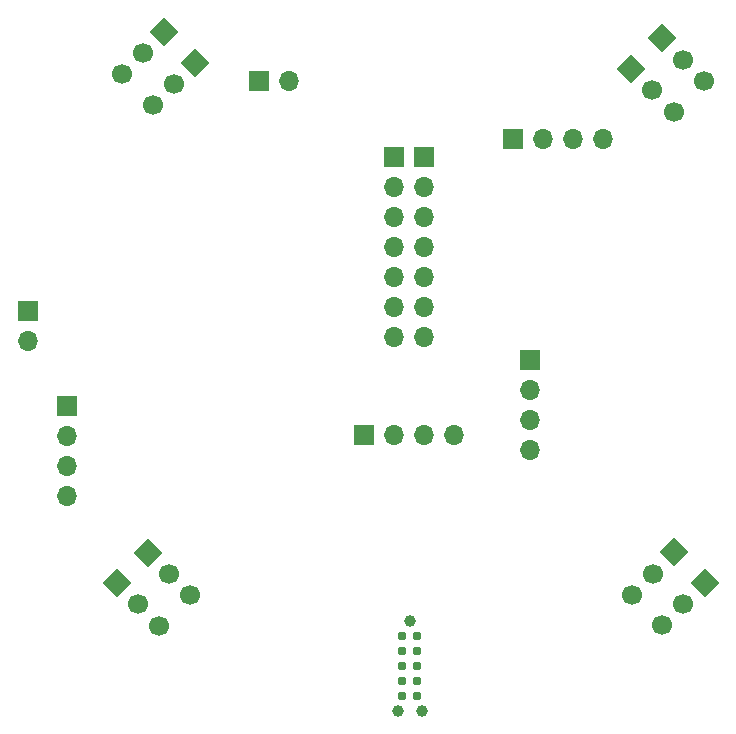
<source format=gbr>
%TF.GenerationSoftware,KiCad,Pcbnew,8.0.5*%
%TF.CreationDate,2025-05-17T10:41:44-04:00*%
%TF.ProjectId,RTLS_VIC,52544c53-5f56-4494-932e-6b696361645f,rev?*%
%TF.SameCoordinates,Original*%
%TF.FileFunction,Soldermask,Bot*%
%TF.FilePolarity,Negative*%
%FSLAX46Y46*%
G04 Gerber Fmt 4.6, Leading zero omitted, Abs format (unit mm)*
G04 Created by KiCad (PCBNEW 8.0.5) date 2025-05-17 10:41:44*
%MOMM*%
%LPD*%
G01*
G04 APERTURE LIST*
G04 Aperture macros list*
%AMHorizOval*
0 Thick line with rounded ends*
0 $1 width*
0 $2 $3 position (X,Y) of the first rounded end (center of the circle)*
0 $4 $5 position (X,Y) of the second rounded end (center of the circle)*
0 Add line between two ends*
20,1,$1,$2,$3,$4,$5,0*
0 Add two circle primitives to create the rounded ends*
1,1,$1,$2,$3*
1,1,$1,$4,$5*%
%AMRotRect*
0 Rectangle, with rotation*
0 The origin of the aperture is its center*
0 $1 length*
0 $2 width*
0 $3 Rotation angle, in degrees counterclockwise*
0 Add horizontal line*
21,1,$1,$2,0,0,$3*%
G04 Aperture macros list end*
%ADD10RotRect,1.700000X1.700000X45.000000*%
%ADD11HorizOval,1.700000X0.000000X0.000000X0.000000X0.000000X0*%
%ADD12R,1.700000X1.700000*%
%ADD13O,1.700000X1.700000*%
%ADD14RotRect,1.700000X1.700000X315.000000*%
%ADD15HorizOval,1.700000X0.000000X0.000000X0.000000X0.000000X0*%
%ADD16C,0.990600*%
%ADD17C,0.787400*%
G04 APERTURE END LIST*
D10*
%TO.C,J5*%
X133773555Y-111414555D03*
D11*
X135569606Y-113210606D03*
X137365657Y-115006657D03*
%TD*%
D12*
%TO.C,J7*%
X152084000Y-101450000D03*
D13*
X154624000Y-101450000D03*
X157163999Y-101450000D03*
X159704000Y-101450000D03*
%TD*%
D10*
%TO.C,J4*%
X174684000Y-70475000D03*
D11*
X176480051Y-72271051D03*
X178276102Y-74067102D03*
%TD*%
D12*
%TO.C,J12*%
X143159000Y-71450000D03*
D13*
X145699000Y-71450000D03*
%TD*%
D14*
%TO.C,J3*%
X137759000Y-69925000D03*
D15*
X135962949Y-71721051D03*
X134166898Y-73517102D03*
%TD*%
D12*
%TO.C,J10*%
X164709000Y-76425000D03*
D13*
X167249000Y-76425000D03*
X169788999Y-76425000D03*
X172329000Y-76425000D03*
%TD*%
D14*
%TO.C,J14*%
X135159000Y-67325000D03*
D15*
X133362949Y-69121051D03*
X131566898Y-70917102D03*
%TD*%
D10*
%TO.C,J15*%
X177284000Y-67875000D03*
D11*
X179080051Y-69671051D03*
X180876102Y-71467102D03*
%TD*%
D12*
%TO.C,J8*%
X123584000Y-90950000D03*
D13*
X123584000Y-93490000D03*
%TD*%
D14*
%TO.C,J17*%
X180898756Y-113979721D03*
D15*
X179102705Y-115775772D03*
X177306654Y-117571823D03*
%TD*%
D12*
%TO.C,J11*%
X166159000Y-95125000D03*
D13*
X166159000Y-97665000D03*
X166159000Y-100205000D03*
X166159000Y-102745000D03*
%TD*%
D12*
%TO.C,J1*%
X157124000Y-77950000D03*
D13*
X157124000Y-80490000D03*
X157124000Y-83030000D03*
X157124000Y-85570000D03*
X157124000Y-88110000D03*
X157124000Y-90650000D03*
X157124000Y-93190000D03*
%TD*%
D10*
%TO.C,J16*%
X131159000Y-114000000D03*
D11*
X132955051Y-115796051D03*
X134751102Y-117592102D03*
%TD*%
D14*
%TO.C,J6*%
X178313150Y-111390327D03*
D15*
X176517099Y-113186378D03*
X174721048Y-114982429D03*
%TD*%
D12*
%TO.C,J9*%
X154584000Y-77950000D03*
D13*
X154584000Y-80490000D03*
X154584000Y-83030000D03*
X154584000Y-85570000D03*
X154584000Y-88110000D03*
X154584000Y-90650000D03*
X154584000Y-93190000D03*
%TD*%
D12*
%TO.C,J13*%
X126959000Y-99010000D03*
D13*
X126959000Y-101550000D03*
X126959000Y-104089999D03*
X126959000Y-106630000D03*
%TD*%
D16*
%TO.C,J2*%
X155934000Y-117175000D03*
X156950000Y-124795000D03*
X154918000Y-124795000D03*
D17*
X156569000Y-118445000D03*
X156569000Y-119715000D03*
X156569000Y-120985000D03*
X156569000Y-122255000D03*
X156569000Y-123525000D03*
X155299000Y-123525000D03*
X155299000Y-122255000D03*
X155299000Y-120985000D03*
X155299000Y-119715000D03*
X155299000Y-118445000D03*
%TD*%
M02*

</source>
